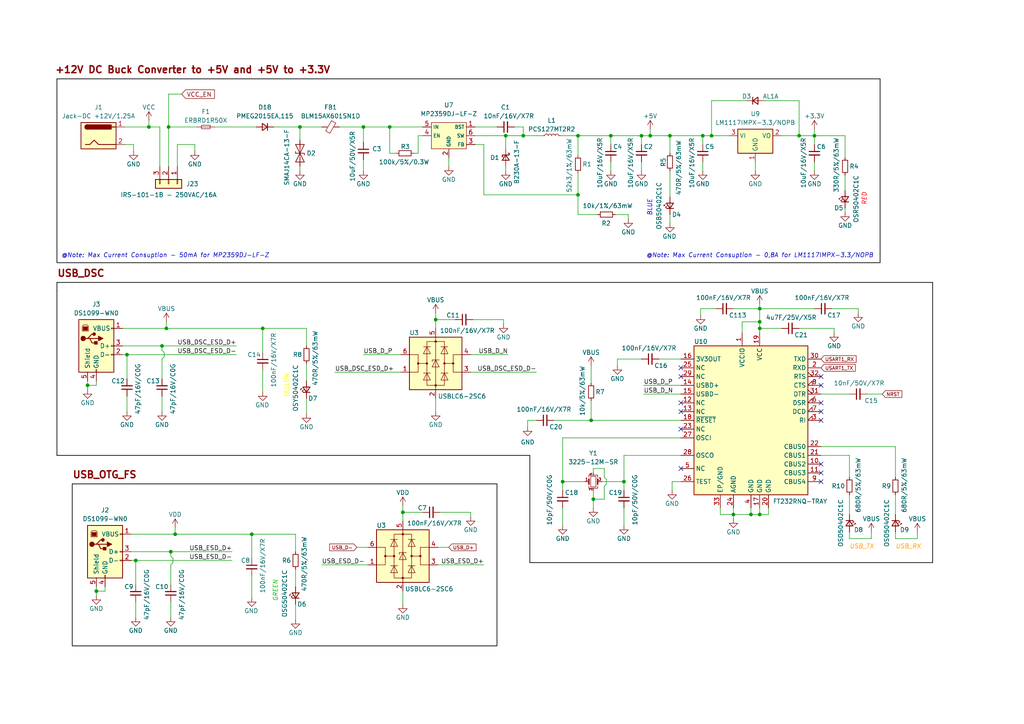
<source format=kicad_sch>
(kicad_sch (version 20230121) (generator eeschema)
  (paper "A4")
  (title_block (title "Power Supply") (date "2023-08-20"))
  (lib_symbols
    (symbol "Connector:Jack-DC" (pin_names (offset 1.016))
      (property "Reference" "J" (at 0 5.334 0))
      (property "Value" "Jack-DC" (at 0 -5.08 0))
      (symbol "Jack-DC_1_1"
        (pin passive line (at 7.62 2.54 180) (length 2.54) (name "~") (number "1"))
        (pin passive line (at 7.62 -2.54 180) (length 2.54) (name "~") (number "2"))
      )
    )
    (symbol "Connector:USB_B" (pin_names (offset 1.016))
      (property "Reference" "J" (at -5.08 11.43 0))
      (property "Value" "USB_B" (at -5.08 8.89 0))
      (symbol "USB_B_1_1"
        (pin power_out line (at 7.62 5.08 180) (length 2.54) (name "VBUS") (number "1"))
        (pin bidirectional line (at 7.62 -2.54 180) (length 2.54) (name "D-") (number "2"))
        (pin bidirectional line (at 7.62 0 180) (length 2.54) (name "D+") (number "3"))
        (pin power_out line (at 0 -10.16 90) (length 2.54) (name "GND") (number "4"))
        (pin passive line (at -2.54 -10.16 90) (length 2.54) (name "Shield") (number "5"))
      )
    )
    (symbol "Connector_Generic:Conn_01x03" (pin_names (offset 1.016) hide)
      (property "Reference" "J" (at 0 5.08 0))
      (property "Value" "Conn_01x03" (at 0 -5.08 0))
      (symbol "Conn_01x03_1_1"
        (pin passive line (at -5.08 2.54 0) (length 3.81) (name "Pin_1") (number "1"))
        (pin passive line (at -5.08 0 0) (length 3.81) (name "Pin_2") (number "2"))
        (pin passive line (at -5.08 -2.54 0) (length 3.81) (name "Pin_3") (number "3"))
      )
    )
    (symbol "Device:C_Small" (pin_numbers hide) (pin_names (offset 0.254) hide)
      (property "Reference" "C" (at 0.254 1.778 0))
      (property "Value" "C_Small" (at 0.254 -2.032 0))
      (symbol "C_Small_1_1"
        (pin passive line (at 0 2.54 270) (length 2.032) (name "~") (number "1"))
        (pin passive line (at 0 -2.54 90) (length 2.032) (name "~") (number "2"))
      )
    )
    (symbol "Device:Crystal_GND24_Small" (pin_names (offset 1.016) hide)
      (property "Reference" "Y" (at 1.27 4.445 0))
      (property "Value" "Crystal_GND24_Small" (at 1.27 2.54 0))
      (symbol "Crystal_GND24_Small_1_1"
        (pin passive line (at -2.54 0 0) (length 1.27) (name "1") (number "1"))
        (pin passive line (at 0 -2.54 90) (length 0.635) (name "2") (number "2"))
        (pin passive line (at 2.54 0 180) (length 1.27) (name "3") (number "3"))
        (pin passive line (at 0 2.54 270) (length 0.635) (name "4") (number "4"))
      )
    )
    (symbol "Device:D_Schottky_Small" (pin_numbers hide) (pin_names (offset 0.254) hide)
      (property "Reference" "D" (at -1.27 2.032 0))
      (property "Value" "D_Schottky_Small" (at -7.112 -2.032 0))
      (symbol "D_Schottky_Small_1_1"
        (pin passive line (at -2.54 0 0) (length 1.778) (name "K") (number "1"))
        (pin passive line (at 2.54 0 180) (length 1.778) (name "A") (number "2"))
      )
    )
    (symbol "Device:D_Small" (pin_numbers hide) (pin_names (offset 0.254) hide)
      (property "Reference" "D" (at -1.27 2.032 0))
      (property "Value" "D_Small" (at -3.81 -2.032 0))
      (symbol "D_Small_1_1"
        (pin passive line (at -2.54 0 0) (length 1.778) (name "K") (number "1"))
        (pin passive line (at 2.54 0 180) (length 1.778) (name "A") (number "2"))
      )
    )
    (symbol "Device:FerriteBead_Small" (pin_numbers hide) (pin_names (offset 0))
      (property "Reference" "FB" (at 1.905 1.27 0))
      (property "Value" "FerriteBead_Small" (at 1.905 -1.27 0))
      (symbol "FerriteBead_Small_1_1"
        (pin passive line (at 0 2.54 270) (length 1.27) (name "~") (number "1"))
        (pin passive line (at 0 -2.54 90) (length 1.27) (name "~") (number "2"))
      )
    )
    (symbol "Device:Fuse_Small" (pin_numbers hide) (pin_names (offset 0.254) hide)
      (property "Reference" "F" (at 0 -1.524 0))
      (property "Value" "Fuse_Small" (at 0 1.524 0))
      (symbol "Fuse_Small_1_1"
        (pin passive line (at -2.54 0 0) (length 1.27) (name "~") (number "1"))
        (pin passive line (at 2.54 0 180) (length 1.27) (name "~") (number "2"))
      )
    )
    (symbol "Device:LED_Small" (pin_numbers hide) (pin_names (offset 0.254) hide)
      (property "Reference" "D" (at -1.27 3.175 0))
      (property "Value" "LED_Small" (at -4.445 -2.54 0))
      (symbol "LED_Small_1_1"
        (pin passive line (at -2.54 0 0) (length 1.778) (name "K") (number "1"))
        (pin passive line (at 2.54 0 180) (length 1.778) (name "A") (number "2"))
      )
    )
    (symbol "Device:L_Small" (pin_numbers hide) (pin_names (offset 0.254) hide)
      (property "Reference" "L" (at 0.762 1.016 0))
      (property "Value" "L_Small" (at 0.762 -1.016 0))
      (symbol "L_Small_1_1"
        (pin passive line (at 0 2.54 270) (length 0.508) (name "~") (number "1"))
        (pin passive line (at 0 -2.54 90) (length 0.508) (name "~") (number "2"))
      )
    )
    (symbol "Device:R_Small" (pin_numbers hide) (pin_names (offset 0.254) hide)
      (property "Reference" "R" (at 0.762 0.508 0))
      (property "Value" "R_Small" (at 0.762 -1.016 0))
      (symbol "R_Small_1_1"
        (pin passive line (at 0 2.54 270) (length 0.762) (name "~") (number "1"))
        (pin passive line (at 0 -2.54 90) (length 0.762) (name "~") (number "2"))
      )
    )
    (symbol "Diode:ESD131-B1-W0201" (pin_numbers hide) (pin_names (offset 1.016) hide)
      (property "Reference" "D" (at 0 2.54 0))
      (property "Value" "ESD131-B1-W0201" (at 0 -2.54 0))
      (symbol "ESD131-B1-W0201_1_1"
        (pin passive line (at -3.81 0 0) (length 2.54) (name "A1") (number "1"))
        (pin passive line (at 3.81 0 180) (length 2.54) (name "A2") (number "2"))
      )
    )
    (symbol "Interface_USB:FT232RL"
      (property "Reference" "U10" (at -16.51 22.86 0))
      (property "Value" "FT245RNQ-REEL" (at 6.35 -23.495 0))
      (symbol "FT232RL_1_1"
        (pin power_in line (at -2.54 25.4 270) (length 3.81) (name "VCCIO") (number "1"))
        (pin bidirectional line (at 20.32 -12.7 180) (length 3.81) (name "CBUS2") (number "10"))
        (pin bidirectional line (at 20.32 -15.24 180) (length 3.81) (name "CBUS3") (number "11"))
        (pin bidirectional line (at -20.32 5.08 0) (length 3.81) (name "NC") (number "12"))
        (pin bidirectional line (at -20.32 2.54 0) (length 3.81) (name "NC") (number "13"))
        (pin bidirectional line (at -20.32 10.16 0) (length 3.81) (name "USBD+") (number "14"))
        (pin bidirectional line (at -20.32 7.62 0) (length 3.81) (name "USBD-") (number "15"))
        (pin power_out line (at -20.32 17.78 0) (length 3.81) (name "3V3OUT") (number "16"))
        (pin power_in line (at 2.54 -25.4 90) (length 3.81) (name "GND") (number "17"))
        (pin input line (at -20.32 0 0) (length 3.81) (name "~{RESET}") (number "18"))
        (pin power_in line (at 2.54 25.4 270) (length 3.81) (name "VCC") (number "19"))
        (pin input line (at 20.32 15.24 180) (length 3.81) (name "RXD") (number "2"))
        (pin power_in line (at 5.08 -25.4 90) (length 3.81) (name "GND") (number "20"))
        (pin bidirectional line (at 20.32 -10.16 180) (length 3.81) (name "CBUS1") (number "21"))
        (pin bidirectional line (at 20.32 -7.62 180) (length 3.81) (name "CBUS0") (number "22"))
        (pin bidirectional line (at -20.32 -2.54 0) (length 3.81) (name "NC") (number "23"))
        (pin power_in line (at -5.08 -25.4 90) (length 3.81) (name "AGND") (number "24"))
        (pin bidirectional line (at -20.32 15.24 0) (length 3.81) (name "NC") (number "25"))
        (pin input line (at -20.32 -17.78 0) (length 3.81) (name "TEST") (number "26"))
        (pin input line (at -20.32 -5.08 0) (length 3.81) (name "OSCI") (number "27"))
        (pin output line (at -20.32 -10.16 0) (length 3.81) (name "OSCO") (number "28"))
        (pin bidirectional line (at -20.32 12.7 0) (length 3.81) (name "NC") (number "29"))
        (pin input input_low (at 20.32 0 180) (length 3.81) (name "RI") (number "3"))
        (pin output line (at 20.32 17.78 180) (length 3.81) (name "TXD") (number "30"))
        (pin output output_low (at 20.32 7.62 180) (length 3.81) (name "DTR") (number "31"))
        (pin output output_low (at 20.32 12.7 180) (length 3.81) (name "RTS") (number "32"))
        (pin power_in line (at -8.89 -25.4 90) (length 3.81) (name "EP/GND") (number "33"))
        (pin power_in line (at 0 -25.4 90) (length 3.81) (name "GND") (number "4"))
        (pin bidirectional line (at -20.32 -13.97 0) (length 3.81) (name "NC") (number "5"))
        (pin input input_low (at 20.32 5.08 180) (length 3.81) (name "DSR") (number "6"))
        (pin input input_low (at 20.32 2.54 180) (length 3.81) (name "DCD") (number "7"))
        (pin input input_low (at 20.32 10.16 180) (length 3.81) (name "CTS") (number "8"))
        (pin bidirectional line (at 20.32 -17.78 180) (length 3.81) (name "CBUS4") (number "9"))
      )
    )
    (symbol "Milosz:MP2359DJ-LF-Z"
      (property "Reference" "U" (at -2.54 8.89 0))
      (property "Value" "MP2359DJ-LF-Z" (at -2.54 6.35 0))
      (symbol "MP2359DJ-LF-Z_1_1"
        (pin input line (at 5.08 2.54 180) (length 2.54) (name "BST") (number "1"))
        (pin input line (at -2.54 -6.35 90) (length 2.54) (name "GND") (number "2"))
        (pin input line (at 5.08 -2.54 180) (length 2.54) (name "FB") (number "3"))
        (pin input line (at -10.16 0 0) (length 2.54) (name "EN") (number "4"))
        (pin input line (at -10.16 2.54 0) (length 2.54) (name "IN") (number "5"))
        (pin input line (at 5.08 0 180) (length 2.54) (name "SW") (number "6"))
      )
    )
    (symbol "Power_Protection:USBLC6-2SC6" (pin_names hide)
      (property "Reference" "U" (at 2.54 8.89 0))
      (property "Value" "USBLC6-2SC6" (at 2.54 -8.89 0))
      (symbol "USBLC6-2SC6_1_1"
        (pin passive line (at -10.16 -2.54 0) (length 2.54) (name "I/O1") (number "1"))
        (pin passive line (at 0 -10.16 90) (length 2.54) (name "GND") (number "2"))
        (pin passive line (at 10.16 -2.54 180) (length 2.54) (name "I/O2") (number "3"))
        (pin passive line (at 10.16 2.54 180) (length 2.54) (name "I/O2") (number "4"))
        (pin passive line (at 0 10.16 270) (length 2.54) (name "VBUS") (number "5"))
        (pin passive line (at -10.16 2.54 0) (length 2.54) (name "I/O1") (number "6"))
      )
    )
    (symbol "Regulator_Linear:AMS1117-3.3"
      (property "Reference" "U" (at -3.81 3.175 0))
      (property "Value" "AMS1117-3.3" (at 0 3.175 0))
      (symbol "AMS1117-3.3_1_1"
        (pin power_in line (at 0 -7.62 90) (length 2.54) (name "GND") (number "1"))
        (pin power_out line (at 7.62 0 180) (length 2.54) (name "VO") (number "2"))
        (pin power_in line (at -7.62 0 0) (length 2.54) (name "VI") (number "3"))
      )
    )
    (symbol "power:+3.3V" (power) (pin_names (offset 0))
      (property "Value" "+3.3V" (at 0 3.556 0))
      (symbol "+3.3V_1_1"
        (pin power_in line (at 0 0 90) (length 0) hide (name "+3.3V") (number "1"))
      )
    )
    (symbol "power:+5V" (power) (pin_names (offset 0))
      (property "Value" "+5V" (at 0 3.556 0))
      (symbol "+5V_1_1"
        (pin power_in line (at 0 0 90) (length 0) hide (name "+5V") (number "1"))
      )
    )
    (symbol "power:GND" (power) (pin_names (offset 0))
      (property "Value" "GND" (at 0 -3.81 0))
      (symbol "GND_1_1"
        (pin power_in line (at 0 0 270) (length 0) hide (name "GND") (number "1"))
      )
    )
    (symbol "power:VBUS" (power) (pin_names (offset 0))
      (property "Value" "VBUS" (at 0 3.81 0))
      (symbol "VBUS_1_1"
        (pin power_in line (at 0 0 90) (length 0) hide (name "VBUS") (number "1"))
      )
    )
    (symbol "power:VCC" (power) (pin_names (offset 0))
      (property "Value" "VCC" (at 0 3.81 0))
      (symbol "VCC_1_1"
        (pin power_in line (at 0 0 90) (length 0) hide (name "VCC") (number "1"))
      )
    )
    (symbol "power:VDD" (power) (pin_names (offset 0))
      (property "Value" "VDD" (at 0 3.81 0))
      (symbol "VDD_1_1"
        (pin power_in line (at 0 0 90) (length 0) hide (name "VDD") (number "1"))
      )
    )
  )
  (junction (at 167.64 39.37))
  (junction (at 116.84 148.59))
  (junction (at 25.4 111.76))
  (junction (at 180.975 139.7))
  (junction (at 39.37 162.56))
  (junction (at 217.805 149.225))
  (junction (at 151.765 39.37))
  (junction (at 36.83 102.87))
  (junction (at 206.375 39.37))
  (junction (at 188.595 39.37))
  (junction (at 76.2 95.25))
  (junction (at 220.345 95.25))
  (junction (at 203.835 39.37))
  (junction (at 171.45 121.92))
  (junction (at 163.195 139.7))
  (junction (at 194.31 39.37))
  (junction (at 86.995 36.83))
  (junction (at 105.41 36.83))
  (junction (at 113.03 36.83))
  (junction (at 46.99 100.33))
  (junction (at 43.18 36.83))
  (junction (at 27.94 171.45))
  (junction (at 172.085 144.78))
  (junction (at 126.365 92.71))
  (junction (at 220.345 93.345))
  (junction (at 236.22 39.37))
  (junction (at 48.895 36.83))
  (junction (at 146.685 39.37))
  (junction (at 177.165 39.37))
  (junction (at 48.26 95.25))
  (junction (at 231.775 39.37))
  (junction (at 220.345 89.535))
  (junction (at 212.725 149.225))
  (junction (at 50.8 154.94))
  (junction (at 167.64 56.515))
  (junction (at 49.53 160.02))
  (junction (at 73.025 154.94))
  (junction (at 186.055 39.37))
  (junction (at 220.345 149.225))
  (no_connect (at 197.485 119.38))
  (no_connect (at 238.125 109.22))
  (no_connect (at 197.485 116.84))
  (no_connect (at 238.125 121.92))
  (no_connect (at 197.485 109.22))
  (no_connect (at 238.125 137.16))
  (no_connect (at 197.485 106.68))
  (no_connect (at 238.125 139.7))
  (no_connect (at 238.125 119.38))
  (no_connect (at 238.125 134.62))
  (no_connect (at 238.125 111.76))
  (no_connect (at 197.485 124.46))
  (no_connect (at 238.125 116.84))
  (no_connect (at 197.485 135.89))
  (wire (pts (xy 46.99 101.6) (xy 46.99 100.33)))
  (wire (pts (xy 220.345 95.25) (xy 220.345 96.52)))
  (wire (pts (xy 182.245 62.23) (xy 178.435 62.23)))
  (wire (pts (xy 140.335 56.515) (xy 167.64 56.515)))
  (wire (pts (xy 155.575 107.95) (xy 136.525 107.95)))
  (wire (pts (xy 116.84 148.59) (xy 122.555 148.59)))
  (wire (pts (xy 35.56 100.33) (xy 46.99 100.33)))
  (wire (pts (xy 86.995 36.83) (xy 93.345 36.83)))
  (wire (pts (xy 73.025 167.005) (xy 73.025 173.355)))
  (wire (pts (xy 186.055 39.37) (xy 188.595 39.37)))
  (wire (pts (xy 220.345 149.225) (xy 220.345 147.32)))
  (wire (pts (xy 220.345 89.535) (xy 236.22 89.535)))
  (wire (pts (xy 121.285 39.37) (xy 121.285 44.45)))
  (wire (pts (xy 62.23 36.83) (xy 74.295 36.83)))
  (wire (pts (xy 167.64 39.37) (xy 177.165 39.37)))
  (wire (pts (xy 73.025 154.94) (xy 85.725 154.94)))
  (wire (pts (xy 231.775 95.25) (xy 241.935 95.25)))
  (polyline (pts (xy 16.51 132.08) (xy 153.67 132.08)) (stroke (width 0.2) (color 0 0 0 1)))
  (wire (pts (xy 222.885 149.225) (xy 222.885 147.32)))
  (wire (pts (xy 266.065 156.21) (xy 266.065 154.305)))
  (wire (pts (xy 177.165 46.99) (xy 177.165 49.53)))
  (wire (pts (xy 38.1 160.02) (xy 49.53 160.02)))
  (wire (pts (xy 50.165 163.195) (xy 49.53 163.83)))
  (wire (pts (xy 180.975 132.08) (xy 197.485 132.08)))
  (wire (pts (xy 126.365 115.57) (xy 126.365 119.38)))
  (wire (pts (xy 127.635 148.59) (xy 136.525 148.59)))
  (wire (pts (xy 116.84 148.59) (xy 116.84 151.13)))
  (wire (pts (xy 172.085 135.89) (xy 172.085 137.16)))
  (wire (pts (xy 220.345 89.535) (xy 220.345 93.345)))
  (wire (pts (xy 47.625 103.505) (xy 46.99 104.14)))
  (wire (pts (xy 48.26 93.345) (xy 48.26 95.25)))
  (wire (pts (xy 259.715 156.21) (xy 266.065 156.21)))
  (wire (pts (xy 238.125 114.3) (xy 246.38 114.3)))
  (wire (pts (xy 197.485 111.76) (xy 186.69 111.76)))
  (wire (pts (xy 27.94 111.76) (xy 27.94 110.49)))
  (wire (pts (xy 146.685 39.37) (xy 151.765 39.37)))
  (wire (pts (xy 220.345 88.265) (xy 220.345 89.535)))
  (wire (pts (xy 73.025 154.94) (xy 73.025 161.925)))
  (wire (pts (xy 38.735 41.91) (xy 36.195 41.91)))
  (wire (pts (xy 217.805 149.225) (xy 220.345 149.225)))
  (wire (pts (xy 208.915 149.225) (xy 212.725 149.225)))
  (wire (pts (xy 151.765 39.37) (xy 157.48 39.37)))
  (wire (pts (xy 76.2 95.25) (xy 88.9 95.25)))
  (wire (pts (xy 51.435 48.26) (xy 51.435 41.91)))
  (wire (pts (xy 215.265 96.52) (xy 215.265 93.345)))
  (wire (pts (xy 246.38 143.51) (xy 246.38 149.225)))
  (wire (pts (xy 217.805 149.225) (xy 217.805 147.32)))
  (wire (pts (xy 30.48 171.45) (xy 30.48 170.18)))
  (wire (pts (xy 215.265 93.345) (xy 220.345 93.345)))
  (wire (pts (xy 88.9 120.015) (xy 88.9 115.57)))
  (wire (pts (xy 236.22 46.99) (xy 236.22 49.53)))
  (wire (pts (xy 126.365 92.71) (xy 126.365 95.25)))
  (polyline (pts (xy 153.67 132.08) (xy 153.67 163.195)) (stroke (width 0.2) (color 0 0 0 1)))
  (wire (pts (xy 175.26 140.97) (xy 175.895 140.335)))
  (wire (pts (xy 163.195 147.32) (xy 163.195 152.4)))
  (wire (pts (xy 208.915 147.32) (xy 208.915 149.225)))
  (wire (pts (xy 236.22 39.37) (xy 245.11 39.37)))
  (wire (pts (xy 203.2 91.44) (xy 203.2 89.535)))
  (wire (pts (xy 220.345 95.25) (xy 226.695 95.25)))
  (wire (pts (xy 146.685 39.37) (xy 146.685 43.18)))
  (wire (pts (xy 126.365 90.805) (xy 126.365 92.71)))
  (wire (pts (xy 186.055 104.14) (xy 179.07 104.14)))
  (wire (pts (xy 103.505 158.75) (xy 106.68 158.75)))
  (wire (pts (xy 46.99 100.33) (xy 68.58 100.33)))
  (polyline (pts (xy 153.67 163.195) (xy 270.51 163.195)) (stroke (width 0.2) (color 0 0 0 1)))
  (wire (pts (xy 35.56 102.87) (xy 36.83 102.87)))
  (wire (pts (xy 167.64 50.165) (xy 167.64 56.515)))
  (wire (pts (xy 162.56 39.37) (xy 167.64 39.37)))
  (wire (pts (xy 27.94 170.18) (xy 27.94 171.45)))
  (wire (pts (xy 219.075 46.99) (xy 219.075 49.53)))
  (wire (pts (xy 113.03 44.45) (xy 113.03 36.83)))
  (wire (pts (xy 49.53 163.83) (xy 49.53 169.545)))
  (wire (pts (xy 122.555 39.37) (xy 121.285 39.37)))
  (wire (pts (xy 43.18 34.925) (xy 43.18 36.83)))
  (wire (pts (xy 179.07 104.14) (xy 179.07 106.045)))
  (wire (pts (xy 116.84 146.685) (xy 116.84 148.59)))
  (wire (pts (xy 97.155 107.95) (xy 116.205 107.95)))
  (wire (pts (xy 248.92 89.535) (xy 248.92 90.805)))
  (wire (pts (xy 27.94 171.45) (xy 30.48 171.45)))
  (wire (pts (xy 231.775 39.37) (xy 236.22 39.37)))
  (wire (pts (xy 36.195 36.83) (xy 43.18 36.83)))
  (wire (pts (xy 39.37 162.56) (xy 39.37 169.545)))
  (wire (pts (xy 140.335 163.83) (xy 127 163.83)))
  (wire (pts (xy 173.355 62.23) (xy 167.64 62.23)))
  (wire (pts (xy 48.895 36.83) (xy 57.15 36.83)))
  (wire (pts (xy 43.18 36.83) (xy 46.355 36.83)))
  (wire (pts (xy 136.525 148.59) (xy 136.525 149.86)))
  (wire (pts (xy 172.085 144.78) (xy 175.26 144.78)))
  (wire (pts (xy 35.56 95.25) (xy 48.26 95.25)))
  (wire (pts (xy 255.905 114.3) (xy 251.46 114.3)))
  (wire (pts (xy 252.73 156.21) (xy 252.73 154.305)))
  (wire (pts (xy 167.64 39.37) (xy 167.64 45.085)))
  (wire (pts (xy 194.31 39.37) (xy 194.31 44.45)))
  (wire (pts (xy 203.835 46.99) (xy 203.835 49.53)))
  (wire (pts (xy 259.715 129.54) (xy 259.715 138.43)))
  (wire (pts (xy 93.345 163.83) (xy 106.68 163.83)))
  (wire (pts (xy 25.4 111.76) (xy 27.94 111.76)))
  (wire (pts (xy 27.94 171.45) (xy 27.94 172.72)))
  (wire (pts (xy 56.515 41.91) (xy 56.515 43.815)))
  (wire (pts (xy 259.715 154.305) (xy 259.715 156.21)))
  (wire (pts (xy 212.725 147.32) (xy 212.725 149.225)))
  (wire (pts (xy 180.975 139.7) (xy 180.975 142.24)))
  (wire (pts (xy 172.085 144.78) (xy 172.085 147.32)))
  (wire (pts (xy 47.625 103.505) (xy 47.625 102.235)))
  (wire (pts (xy 246.38 132.08) (xy 246.38 138.43)))
  (wire (pts (xy 46.99 104.14) (xy 46.99 109.855)))
  (wire (pts (xy 197.485 114.3) (xy 186.69 114.3)))
  (wire (pts (xy 76.2 107.315) (xy 76.2 113.665)))
  (wire (pts (xy 194.31 39.37) (xy 203.835 39.37)))
  (wire (pts (xy 140.335 56.515) (xy 140.335 41.91)))
  (wire (pts (xy 48.26 95.25) (xy 76.2 95.25)))
  (wire (pts (xy 221.615 29.21) (xy 231.775 29.21)))
  (wire (pts (xy 140.335 41.91) (xy 137.795 41.91)))
  (wire (pts (xy 51.435 41.91) (xy 56.515 41.91)))
  (wire (pts (xy 177.165 39.37) (xy 186.055 39.37)))
  (wire (pts (xy 206.375 29.21) (xy 206.375 39.37)))
  (wire (pts (xy 171.45 121.92) (xy 171.45 116.205)))
  (wire (pts (xy 167.64 56.515) (xy 167.64 62.23)))
  (wire (pts (xy 194.31 49.53) (xy 194.31 57.15)))
  (wire (pts (xy 79.375 36.83) (xy 86.995 36.83)))
  (wire (pts (xy 105.41 36.83) (xy 105.41 41.275)))
  (wire (pts (xy 36.83 114.935) (xy 36.83 119.38)))
  (wire (pts (xy 85.725 154.94) (xy 85.725 160.02)))
  (wire (pts (xy 49.53 161.29) (xy 49.53 160.02)))
  (wire (pts (xy 175.895 139.065) (xy 175.26 138.43)))
  (wire (pts (xy 231.775 39.37) (xy 226.695 39.37)))
  (wire (pts (xy 175.895 140.335) (xy 175.895 139.065)))
  (wire (pts (xy 151.765 36.83) (xy 151.765 39.37)))
  (wire (pts (xy 116.84 171.45) (xy 116.84 175.26)))
  (polyline (pts (xy 270.51 163.195) (xy 270.51 81.915)) (stroke (width 0.2) (color 0 0 0 1)))
  (wire (pts (xy 48.895 36.83) (xy 48.895 27.305)))
  (wire (pts (xy 194.945 139.7) (xy 194.945 142.24)))
  (polyline (pts (xy 16.51 81.915) (xy 16.51 84.455)) (stroke (width 0.2) (color 0 0 0 1)))
  (wire (pts (xy 212.725 149.225) (xy 212.725 150.495)))
  (wire (pts (xy 36.83 102.87) (xy 36.83 109.855)))
  (wire (pts (xy 25.4 110.49) (xy 25.4 111.76)))
  (wire (pts (xy 48.895 48.26) (xy 48.895 36.83)))
  (wire (pts (xy 149.225 36.83) (xy 151.765 36.83)))
  (wire (pts (xy 113.03 36.83) (xy 122.555 36.83)))
  (wire (pts (xy 86.995 48.26) (xy 86.995 49.53)))
  (wire (pts (xy 50.8 153.035) (xy 50.8 154.94)))
  (wire (pts (xy 245.11 60.325) (xy 245.11 61.595)))
  (wire (pts (xy 246.38 154.305) (xy 246.38 156.21)))
  (wire (pts (xy 182.245 63.5) (xy 182.245 62.23)))
  (wire (pts (xy 197.485 139.7) (xy 194.945 139.7)))
  (wire (pts (xy 175.26 144.78) (xy 175.26 140.97)))
  (wire (pts (xy 177.165 39.37) (xy 177.165 41.91)))
  (wire (pts (xy 105.41 46.355) (xy 105.41 49.53)))
  (wire (pts (xy 39.37 162.56) (xy 67.31 162.56)))
  (wire (pts (xy 163.195 139.7) (xy 163.195 142.24)))
  (wire (pts (xy 160.655 121.92) (xy 171.45 121.92)))
  (wire (pts (xy 212.725 149.225) (xy 217.805 149.225)))
  (wire (pts (xy 186.055 46.99) (xy 186.055 49.53)))
  (wire (pts (xy 46.99 114.935) (xy 46.99 119.38)))
  (wire (pts (xy 98.425 36.83) (xy 105.41 36.83)))
  (wire (pts (xy 246.38 156.21) (xy 252.73 156.21)))
  (wire (pts (xy 49.53 160.02) (xy 67.31 160.02)))
  (wire (pts (xy 220.345 149.225) (xy 222.885 149.225)))
  (wire (pts (xy 114.935 44.45) (xy 113.03 44.45)))
  (polyline (pts (xy 16.51 84.455) (xy 16.51 132.08)) (stroke (width 0.2) (color 0 0 0 1)))
  (wire (pts (xy 169.545 139.7) (xy 163.195 139.7)))
  (wire (pts (xy 175.26 138.43) (xy 175.26 135.89)))
  (wire (pts (xy 76.2 95.25) (xy 76.2 102.235)))
  (wire (pts (xy 220.345 93.345) (xy 220.345 95.25)))
  (wire (pts (xy 175.26 135.89) (xy 172.085 135.89)))
  (wire (pts (xy 38.1 162.56) (xy 39.37 162.56)))
  (wire (pts (xy 36.83 102.87) (xy 68.58 102.87)))
  (wire (pts (xy 180.975 147.32) (xy 180.975 152.4)))
  (wire (pts (xy 38.1 154.94) (xy 50.8 154.94)))
  (wire (pts (xy 241.935 95.25) (xy 241.935 96.52)))
  (wire (pts (xy 171.45 106.045) (xy 171.45 111.125)))
  (wire (pts (xy 137.795 39.37) (xy 146.685 39.37)))
  (wire (pts (xy 186.055 39.37) (xy 186.055 41.91)))
  (wire (pts (xy 126.365 92.71) (xy 132.08 92.71)))
  (wire (pts (xy 88.9 110.49) (xy 88.9 105.41)))
  (wire (pts (xy 188.595 37.465) (xy 188.595 39.37)))
  (wire (pts (xy 47.625 102.235) (xy 46.99 101.6)))
  (wire (pts (xy 206.375 39.37) (xy 203.835 39.37)))
  (wire (pts (xy 25.4 111.76) (xy 25.4 113.03)))
  (wire (pts (xy 130.175 158.75) (xy 127 158.75)))
  (wire (pts (xy 85.725 170.18) (xy 85.725 165.1)))
  (wire (pts (xy 50.8 154.94) (xy 73.025 154.94)))
  (wire (pts (xy 85.725 179.705) (xy 85.725 175.26)))
  (wire (pts (xy 163.195 139.7) (xy 163.195 127)))
  (wire (pts (xy 50.165 161.925) (xy 49.53 161.29)))
  (wire (pts (xy 88.9 95.25) (xy 88.9 100.33)))
  (wire (pts (xy 120.015 44.45) (xy 121.285 44.45)))
  (wire (pts (xy 203.835 39.37) (xy 203.835 41.91)))
  (wire (pts (xy 216.535 29.21) (xy 206.375 29.21)))
  (wire (pts (xy 197.485 121.92) (xy 171.45 121.92)))
  (wire (pts (xy 163.195 127) (xy 197.485 127)))
  (wire (pts (xy 146.05 92.71) (xy 146.05 93.98)))
  (wire (pts (xy 180.975 139.7) (xy 180.975 132.08)))
  (wire (pts (xy 136.525 102.87) (xy 147.32 102.87)))
  (wire (pts (xy 188.595 39.37) (xy 194.31 39.37)))
  (wire (pts (xy 50.165 163.195) (xy 50.165 161.925)))
  (wire (pts (xy 236.22 37.465) (xy 236.22 39.37)))
  (wire (pts (xy 153.035 121.92) (xy 155.575 121.92)))
  (wire (pts (xy 116.205 102.87) (xy 105.41 102.87)))
  (wire (pts (xy 174.625 139.7) (xy 180.975 139.7)))
  (wire (pts (xy 46.355 36.83) (xy 46.355 48.26)))
  (wire (pts (xy 146.685 48.26) (xy 146.685 49.53)))
  (wire (pts (xy 259.715 143.51) (xy 259.715 149.225)))
  (wire (pts (xy 39.37 174.625) (xy 39.37 179.07)))
  (wire (pts (xy 259.715 129.54) (xy 238.125 129.54)))
  (wire (pts (xy 245.11 50.8) (xy 245.11 55.245)))
  (wire (pts (xy 245.11 39.37) (xy 245.11 45.72)))
  (wire (pts (xy 86.995 36.83) (xy 86.995 40.64)))
  (wire (pts (xy 194.31 64.77) (xy 194.31 62.23)))
  (wire (pts (xy 105.41 36.83) (xy 113.03 36.83)))
  (wire (pts (xy 203.2 89.535) (xy 207.645 89.535)))
  (wire (pts (xy 153.035 123.825) (xy 153.035 121.92)))
  (polyline (pts (xy 270.51 81.915) (xy 16.51 81.915)) (stroke (width 0.2) (color 0 0 0 1)))
  (wire (pts (xy 241.3 89.535) (xy 248.92 89.535)))
  (wire (pts (xy 191.135 104.14) (xy 197.485 104.14)))
  (wire (pts (xy 246.38 132.08) (xy 238.125 132.08)))
  (wire (pts (xy 206.375 39.37) (xy 211.455 39.37)))
  (wire (pts (xy 137.16 92.71) (xy 146.05 92.71)))
  (wire (pts (xy 212.725 89.535) (xy 220.345 89.535)))
  (wire (pts (xy 137.795 36.83) (xy 144.145 36.83)))
  (wire (pts (xy 38.735 41.91) (xy 38.735 43.815)))
  (wire (pts (xy 49.53 174.625) (xy 49.53 179.07)))
  (wire (pts (xy 172.085 142.24) (xy 172.085 144.78)))
  (wire (pts (xy 236.22 41.91) (xy 236.22 39.37)))
  (wire (pts (xy 231.775 29.21) (xy 231.775 39.37)))
  (wire (pts (xy 130.175 45.72) (xy 130.175 48.26)))
  (wire (pts (xy 48.895 27.305) (xy 52.705 27.305)))
  (rectangle (start 16.51 22.86) (end 255.27 76.2) (stroke (width 0.2) (color 0 0 0 1)))
  (rectangle (start 20.955 140.335) (end 144.145 187.325) (stroke (width 0.2) (color 0 0 0 1)))
  (text "YELLOW" (at 83.82 115.57 90) (effects (font (size 1.27 1.27) italic) (justify left bottom)))
  (text "USB_TX" (at 246.38 159.385 0) (effects (font (size 1.27 1.27) italic) (justify left bottom)))
  (text "USB_RX" (at 259.715 159.385 0) (effects (font (size 1.27 1.27) italic) (justify left bottom)))
  (text "RED" (at 251.46 59.69 90) (effects (font (size 1.27 1.27) italic) (justify left bottom)))
  (text "USB_OTG_FS" (at 20.955 139.065 0) (effects (font (size 2 2) (thickness 0.4) bold) (justify left bottom)))
  (text "@Note: Max Current Consuption - 50mA for MP2359DJ-LF-Z" (at 17.78 74.93 0) (effects (font (size 1.27 1.27) italic) (justify left bottom)))
  (text "+12V DC Buck Converter to +5V and +5V to +3.3V" (at 15.875 21.59 0) (effects (font (size 2 2) (thickness 0.4) bold) (justify left bottom)))
  (text "BLUE" (at 189.23 57.785 90) (effects (font (size 1.27 1.27) italic) (justify right bottom)))
  (text "@Note: Max Current Consuption - 0,8A for LM1117IMPX-3.3/NOPB" (at 253.365 74.93 0) (effects (font (size 1.27 1.27) italic) (justify right bottom)))
  (text "GREEN" (at 80.645 174.625 90) (effects (font (size 1.27 1.27) italic) (justify left bottom)))
  (text "USB_DSC" (at 16.51 80.645 0) (effects (font (size 2 2) (thickness 0.4) bold) (justify left bottom)))
  (label "USB_DSC_ESD_D-" (at 155.575 107.95 180))
  (label "USB_DSC_ESD_D+" (at 97.155 107.95 0))
  (label "USB_ESD_D+" (at 140.335 163.83 180))
  (label "USB_D_N" (at 186.69 114.3 0))
  (label "USB_DSC_ESD_D+" (at 68.58 100.33 180))
  (label "USB_D_P" (at 105.41 102.87 0))
  (label "USB_ESD_D+" (at 67.31 160.02 180))
  (label "USB_ESD_D-" (at 93.345 163.83 0))
  (label "USB_ESD_D-" (at 67.31 162.56 180))
  (label "USB_D_N" (at 147.32 102.87 180))
  (label "USB_D_P" (at 186.69 111.76 0))
  (label "USB_DSC_ESD_D-" (at 68.58 102.87 180))
  (global_label "NRST" (shape input) (at 255.905 114.3 0) (effects (font (size 1 1))) (property "Intersheetrefs" "${INTERSHEET_REFS}" (effects hide)))
  (global_label "USART1_TX" (shape input) (at 238.125 106.68 0) (effects (font (size 1 1))) (property "Intersheetrefs" "${INTERSHEET_REFS}" (effects hide)))
  (global_label "USB_D+" (shape input) (at 130.175 158.75 0) (effects (font (size 1 1))) (property "Intersheetrefs" "${INTERSHEET_REFS}" (effects hide)))
  (global_label "VCC_EN" (shape input) (at 52.705 27.305 0) (property "Intersheetrefs" "${INTERSHEET_REFS}" (effects hide)))
  (global_label "USART1_RX" (shape input) (at 238.125 104.14 0) (effects (font (size 1 1))) (property "Intersheetrefs" "${INTERSHEET_REFS}" (effects hide)))
  (global_label "USB_D-" (shape input) (at 103.505 158.75 180) (effects (font (size 1 1))) (property "Intersheetrefs" "${INTERSHEET_REFS}" (effects hide)))
  (symbol (lib_id "power:GND") (at 212.725 150.495 0) (unit 1)
    (property "Reference" "#PWR027" (effects hide))
    (property "Value" "GND" (at 212.725 154.305 0))
  )
  (symbol (lib_id "power:GND") (at 194.31 64.77 0) (unit 1)
    (property "Reference" "#PWR025" (effects hide))
    (property "Value" "GND" (at 196.215 68.58 0) (effects (justify right)))
  )
  (symbol (lib_id "power:VBUS") (at 252.73 154.305 0) (unit 1)
    (property "Reference" "#PWR044" (effects hide))
    (property "Value" "VBUS" (at 252.73 150.495 0))
  )
  (symbol (lib_id "Power_Protection:USBLC6-2SC6") (at 126.365 105.41 0) (unit 1)
    (property "Reference" "U3" (at 118.745 96.52 0) (effects (justify left)))
    (property "Value" "USBLC6-2SC6" (at 127 114.935 0) (effects (justify left)))
    (property "Footprint" "Package_TO_SOT_SMD:SOT-23-6" (effects hide))
    (property "Datasheet" "https://www.st.com/resource/en/datasheet/usblc6-2.pdf" (effects hide))
    (instances (project "STM32 + USB + Buck Converter" (path "" (reference "U3") (unit 1))) (project "3D Scanner with IR sensor Central Unit" (path "" (reference "U11") (unit 1))))
  )
  (symbol (lib_id "power:GND") (at 194.945 142.24 0) (unit 1)
    (property "Reference" "#PWR028" (effects hide))
    (property "Value" "GND" (at 194.945 146.05 0))
  )
  (symbol (lib_id "Device:C_Small") (at 248.92 114.3 90) (unit 1)
    (property "Reference" "C15" (at 254.635 116.205 90) (effects (justify left)))
    (property "Value" "10nF/50V/X7R" (at 256.54 111.125 90) (effects (justify left)))
    (property "Footprint" "Capacitor_SMD:C_0402_1005Metric" (effects hide))
  )
  (symbol (lib_id "power:GND") (at 27.94 172.72 0) (unit 1)
    (property "Reference" "#PWR011" (effects hide))
    (property "Value" "GND" (at 27.94 176.53 0))
  )
  (symbol (lib_id "Device:R_Small") (at 194.31 46.99 0) (unit 1)
    (property "Reference" "R5" (at 192.405 45.72 90) (effects (justify right)))
    (property "Value" "470R/5%/63mW" (at 196.85 40.64 90) (effects (justify right)))
    (property "Footprint" "Resistor_SMD:R_0402_1005Metric" (effects hide))
  )
  (symbol (lib_id "Device:C_Small") (at 236.22 44.45 0) (unit 1)
    (property "Reference" "C6" (at 236.855 42.545 0) (effects (justify left)))
    (property "Value" "10uF/16V/X5R" (at 233.045 54.61 90) (effects (justify left)))
    (property "Footprint" "Capacitor_SMD:C_0603_1608Metric" (effects hide))
  )
  (symbol (lib_id "power:GND") (at 85.725 179.705 0) (unit 1)
    (property "Reference" "#PWR024" (effects hide))
    (property "Value" "GND" (at 85.725 183.515 0))
  )
  (symbol (lib_id "Regulator_Linear:AMS1117-3.3") (at 219.075 39.37 0) (unit 1)
    (property "Reference" "U9" (at 219.075 33.02 0))
    (property "Value" "LM1117IMPX-3.3/NOPB" (at 219.075 35.56 0))
    (property "Footprint" "Package_TO_SOT_SMD:SOT-223-3_TabPin2" (effects hide))
    (property "Datasheet" "http://www.advanced-monolithic.com/pdf/ds1117.pdf" (effects hide))
  )
  (symbol (lib_id "Device:R_Small") (at 88.9 102.87 0) (unit 1)
    (property "Reference" "R8" (at 87.63 102.87 0) (effects (justify right)))
    (property "Value" "470R/5%/63mW" (at 91.44 95.885 90) (effects (justify right)))
    (property "Footprint" "Resistor_SMD:R_0402_1005Metric" (effects hide))
  )
  (symbol (lib_id "Device:D_Small") (at 76.835 36.83 180) (unit 1)
    (property "Reference" "D18" (at 76.835 31.115 0))
    (property "Value" "PMEG2015EA,115" (at 76.835 33.655 0))
    (property "Footprint" "Diode_SMD:D_SOD-323" (effects hide))
    (property "Sim.Device" "D" (effects hide))
    (property "Sim.Pins" "1=K 2=A" (effects hide))
  )
  (symbol (lib_id "power:GND") (at 116.84 175.26 0) (unit 1)
    (property "Reference" "#PWR018" (effects hide))
    (property "Value" "GND" (at 116.84 179.07 0))
  )
  (symbol (lib_id "power:GND") (at 130.175 48.26 0) (unit 1)
    (property "Reference" "#PWR01" (effects hide))
    (property "Value" "GND" (at 130.175 52.07 0))
  )
  (symbol (lib_id "power:GND") (at 25.4 113.03 0) (unit 1)
    (property "Reference" "#PWR032" (effects hide))
    (property "Value" "GND" (at 25.4 116.84 0))
  )
  (symbol (lib_id "power:GND") (at 153.035 123.825 0) (unit 1)
    (property "Reference" "#PWR047" (effects hide))
    (property "Value" "GND" (at 153.035 128.27 0))
  )
  (symbol (lib_id "power:GND") (at 241.935 96.52 0) (unit 1)
    (property "Reference" "#PWR048" (effects hide))
    (property "Value" "GND" (at 241.935 100.33 0))
  )
  (symbol (lib_id "power:VBUS") (at 171.45 106.045 0) (unit 1)
    (property "Reference" "#PWR046" (effects hide))
    (property "Value" "VBUS" (at 171.45 102.235 0))
  )
  (symbol (lib_id "Device:C_Small") (at 36.83 112.395 180) (unit 1)
    (property "Reference" "C12" (at 36.195 110.49 0) (effects (justify left)))
    (property "Value" "47pF/16V/C0G" (at 40.005 105.41 90) (effects (justify left)))
    (property "Footprint" "Capacitor_SMD:C_0402_1005Metric" (effects hide))
  )
  (symbol (lib_id "Device:R_Small") (at 245.11 48.26 180) (unit 1)
    (property "Reference" "R4" (at 246.38 48.26 0) (effects (justify right)))
    (property "Value" "330R/5%/63mW" (at 242.57 55.88 90) (effects (justify right)))
    (property "Footprint" "Resistor_SMD:R_0402_1005Metric" (effects hide))
  )
  (symbol (lib_id "power:GND") (at 136.525 149.86 0) (unit 1)
    (property "Reference" "#PWR019" (effects hide))
    (property "Value" "GND" (at 136.525 153.67 0))
  )
  (symbol (lib_id "power:GND") (at 126.365 119.38 0) (unit 1)
    (property "Reference" "#PWR030" (effects hide))
    (property "Value" "GND" (at 126.365 123.19 0))
  )
  (symbol (lib_id "power:GND") (at 46.99 119.38 0) (unit 1)
    (property "Reference" "#PWR035" (effects hide))
    (property "Value" "GND" (at 46.99 123.19 0))
  )
  (symbol (lib_id "Device:C_Small") (at 177.165 44.45 0) (unit 1)
    (property "Reference" "C4" (at 177.8 42.545 0) (effects (justify left)))
    (property "Value" "10uF/16V/X5R" (at 173.99 54.61 90) (effects (justify left)))
    (property "Footprint" "Capacitor_SMD:C_0603_1608Metric" (effects hide))
  )
  (symbol (lib_id "Device:LED_Small") (at 259.715 151.765 270) (unit 1)
    (property "Reference" "D9" (at 260.985 153.67 90) (effects (justify left)))
    (property "Value" "OSO50402C1C" (at 257.175 144.78 0) (effects (justify left)))
    (property "Footprint" "Diode_SMD:D_0402_1005Metric" (effects hide))
  )
  (symbol (lib_id "power:VBUS") (at 126.365 90.805 0) (unit 1)
    (property "Reference" "#PWR029" (effects hide))
    (property "Value" "VBUS" (at 126.365 86.995 0))
  )
  (symbol (lib_id "Device:C_Small") (at 210.185 89.535 90) (unit 1)
    (property "Reference" "C113" (at 216.535 91.44 90) (effects (justify left)))
    (property "Value" "100nF/16V/X7R" (at 217.805 86.36 90) (effects (justify left)))
    (property "Footprint" "Capacitor_SMD:C_0402_1005Metric" (effects hide))
  )
  (symbol (lib_id "Device:C_Small") (at 125.095 148.59 90) (unit 1)
    (property "Reference" "C7" (at 123.825 147.32 90) (effects (justify left)))
    (property "Value" "100nF/16V/X7R" (at 133.985 151.765 90) (effects (justify left)))
    (property "Footprint" "Capacitor_SMD:C_0402_1005Metric" (effects hide))
  )
  (symbol (lib_id "Device:D_Schottky_Small") (at 146.685 45.72 270) (unit 1)
    (property "Reference" "D1" (at 143.51 45.72 90))
    (property "Value" "B230A-13-F" (at 149.86 46.99 0))
    (property "Footprint" "Diode_SMD:D_SMA" (effects hide))
  )
  (symbol (lib_id "Device:C_Small") (at 39.37 172.085 180) (unit 1)
    (property "Reference" "C9" (at 38.735 170.18 0) (effects (justify left)))
    (property "Value" "47pF/16V/C0G" (at 42.545 165.1 90) (effects (justify left)))
    (property "Footprint" "Capacitor_SMD:C_0402_1005Metric" (effects hide))
  )
  (symbol (lib_id "Device:C_Small") (at 163.195 144.78 0) (unit 1)
    (property "Reference" "C18" (at 163.83 142.875 0) (effects (justify left)))
    (property "Value" "10pF/50V/C0G" (at 159.385 152.4 90) (effects (justify left)))
    (property "Footprint" "Capacitor_SMD:C_0402_1005Metric" (effects hide))
  )
  (symbol (lib_id "power:GND") (at 36.83 119.38 0) (unit 1)
    (property "Reference" "#PWR033" (effects hide))
    (property "Value" "GND" (at 36.83 123.19 0))
  )
  (symbol (lib_id "power:VBUS") (at 220.345 88.265 0) (unit 1)
    (property "Reference" "#PWR039" (effects hide))
    (property "Value" "VBUS" (at 220.345 84.455 0))
  )
  (symbol (lib_id "Device:LED_Small") (at 88.9 113.03 90) (unit 1)
    (property "Reference" "D7" (at 92.075 115.57 90) (effects (justify left)))
    (property "Value" "OSY50402C1C" (at 85.725 119.38 0) (effects (justify left)))
    (property "Footprint" "Diode_SMD:D_0402_1005Metric" (effects hide))
  )
  (symbol (lib_id "power:+3.3V") (at 236.22 37.465 0) (unit 1)
    (property "Reference" "#PWR014" (effects hide))
    (property "Value" "+3.3V" (at 236.22 33.655 0))
  )
  (symbol (lib_id "power:GND") (at 203.2 91.44 0) (unit 1)
    (property "Reference" "#PWR0152" (effects hide))
    (property "Value" "GND" (at 203.2 95.25 0))
  )
  (symbol (lib_id "Device:C_Small") (at 158.115 121.92 90) (unit 1)
    (property "Reference" "C20" (at 163.195 123.825 90) (effects (justify left)))
    (property "Value" "100nF/16V/X7R" (at 165.735 118.745 90) (effects (justify left)))
    (property "Footprint" "Capacitor_SMD:C_0402_1005Metric" (effects hide))
  )
  (symbol (lib_id "Diode:ESD131-B1-W0201") (at 86.995 44.45 270) (unit 1)
    (property "Reference" "D2" (at 88.9 44.45 90) (effects (justify left)))
    (property "Value" "SMAJ14CA-13-F" (at 83.185 37.465 0) (effects (justify left)))
    (property "Footprint" "Diode_SMD:D_SMA" (effects hide))
    (property "Datasheet" "https://www.infineon.com/dgdl/Infineon-ESD131-B1-W0201-DataSheet-v02_00-EN.pdf?fileId=5546d4625cc9456a015ce94850964889" (effects hide))
  )
  (symbol (lib_id "power:GND") (at 39.37 179.07 0) (unit 1)
    (property "Reference" "#PWR021" (effects hide))
    (property "Value" "GND" (at 39.37 182.88 0))
  )
  (symbol (lib_id "Device:R_Small") (at 175.895 62.23 270) (unit 1)
    (property "Reference" "R2" (at 177.165 64.77 90) (effects (justify right)))
    (property "Value" "10k/1%/63mW" (at 183.515 59.69 90) (effects (justify right)))
    (property "Footprint" "Resistor_SMD:R_0402_1005Metric" (effects hide))
  )
  (symbol (lib_id "power:GND") (at 219.075 49.53 0) (unit 1)
    (property "Reference" "#PWR010" (effects hide))
    (property "Value" "GND" (at 219.075 53.34 0))
  )
  (symbol (lib_id "power:GND") (at 245.11 61.595 0) (unit 1)
    (property "Reference" "#PWR023" (effects hide))
    (property "Value" "GND" (at 245.11 65.405 0))
  )
  (symbol (lib_id "power:VBUS") (at 266.065 154.305 0) (unit 1)
    (property "Reference" "#PWR045" (effects hide))
    (property "Value" "VBUS" (at 266.065 150.495 0))
  )
  (symbol (lib_id "power:GND") (at 179.07 106.045 0) (unit 1)
    (property "Reference" "#PWR038" (effects hide))
    (property "Value" "GND" (at 179.07 109.855 0))
  )
  (symbol (lib_id "Milosz:MP2359DJ-LF-Z") (at 132.715 39.37 0) (unit 1)
    (property "Reference" "U7" (at 130.175 30.48 0))
    (property "Value" "MP2359DJ-LF-Z" (at 130.175 33.02 0))
    (property "Footprint" "Package_TO_SOT_SMD:SOT-23-6" (effects hide))
  )
  (symbol (lib_id "Power_Protection:USBLC6-2SC6") (at 116.84 161.29 0) (unit 1)
    (property "Reference" "U3" (at 109.22 152.4 0) (effects (justify left)))
    (property "Value" "USBLC6-2SC6" (at 117.475 170.815 0) (effects (justify left)))
    (property "Footprint" "Package_TO_SOT_SMD:SOT-23-6" (effects hide))
    (property "Datasheet" "https://www.st.com/resource/en/datasheet/usblc6-2.pdf" (effects hide))
    (instances (project "STM32 + USB + Buck Converter" (path "" (reference "U3") (unit 1))) (project "3D Scanner with IR sensor Central Unit" (path "" (reference "U8") (unit 1))))
  )
  (symbol (lib_id "Device:Crystal_GND24_Small") (at 172.085 139.7 0) (unit 1)
    (property "Reference" "Y1" (at 172.085 131.445 0))
    (property "Value" "3225-12M-SR" (at 172.085 133.985 0))
    (property "Footprint" "Crystal:Crystal_SMD_3225-4Pin_3.2x2.5mm" (effects hide))
  )
  (symbol (lib_id "power:GND") (at 49.53 179.07 0) (unit 1)
    (property "Reference" "#PWR022" (effects hide))
    (property "Value" "GND" (at 49.53 182.88 0))
  )
  (symbol (lib_id "Interface_USB:FT232RL") (at 217.805 121.92 0) (unit 1)
    (property "Reference" "U10" (at 201.295 99.06 0) (effects (justify left)))
    (property "Value" "FT232RNQ-TRAY" (at 224.155 145.415 0) (effects (justify left)))
    (property "Footprint" "Package_DFN_QFN:QFN-32-1EP_5x5mm_P0.5mm_EP3.1x3.1mm" (effects hide))
    (property "Datasheet" "https://www.ftdichip.com/Support/Documents/DataSheets/ICs/DS_FT232R.pdf" (effects hide))
  )
  (symbol (lib_id "power:GND") (at 248.92 90.805 0) (unit 1)
    (property "Reference" "#PWR040" (effects hide))
    (property "Value" "GND" (at 248.92 94.615 0))
  )
  (symbol (lib_id "Device:LED_Small") (at 246.38 151.765 270) (unit 1)
    (property "Reference" "D8" (at 247.65 153.67 90) (effects (justify left)))
    (property "Value" "OSO50402C1C" (at 243.84 144.78 0) (effects (justify left)))
    (property "Footprint" "Diode_SMD:D_0402_1005Metric" (effects hide))
  )
  (symbol (lib_id "power:GND") (at 180.975 152.4 0) (unit 1)
    (property "Reference" "#PWR041" (effects hide))
    (property "Value" "GND" (at 180.975 156.21 0))
  )
  (symbol (lib_id "power:GND") (at 203.835 49.53 0) (unit 1)
    (property "Reference" "#PWR012" (effects hide))
    (property "Value" "GND" (at 203.835 53.34 0))
  )
  (symbol (lib_id "Device:C_Small") (at 180.975 144.78 0) (unit 1)
    (property "Reference" "C19" (at 176.53 142.875 0) (effects (justify left)))
    (property "Value" "10pF/50V/C0G" (at 184.15 152.4 90) (effects (justify left)))
    (property "Footprint" "Capacitor_SMD:C_0402_1005Metric" (effects hide))
  )
  (symbol (lib_id "Connector:Jack-DC") (at 28.575 39.37 0) (unit 1)
    (property "Reference" "J1" (at 28.575 31.115 0))
    (property "Value" "Jack-DC +12V/1.25A" (at 28.575 33.655 0))
    (property "Footprint" "Connector_BarrelJack:BarrelJack_GCT_DCJ200-10-A_Horizontal" (effects hide))
  )
  (symbol (lib_id "Connector:USB_B") (at 27.94 100.33 0) (unit 1)
    (property "Reference" "J3" (at 27.94 88.265 0))
    (property "Value" "DS1099-WN0" (at 27.94 90.805 0))
    (property "Footprint" "Connector_USB:USB_B_Lumberg_2411_02_Horizontal" (effects hide))
    (property "Datasheet" " ~" (effects hide))
  )
  (symbol (lib_id "power:GND") (at 73.025 173.355 0) (unit 1)
    (property "Reference" "#PWR020" (effects hide))
    (property "Value" "GND" (at 74.93 177.165 0) (effects (justify right)))
  )
  (symbol (lib_id "Device:C_Small") (at 105.41 43.815 0) (unit 1)
    (property "Reference" "C3" (at 107.95 43.18 0) (effects (justify left)))
    (property "Value" "10uF/50V/X5R" (at 102.235 52.705 90) (effects (justify left)))
    (property "Footprint" "Capacitor_SMD:C_1206_3216Metric" (effects hide))
  )
  (symbol (lib_id "power:GND") (at 88.9 120.015 0) (unit 1)
    (property "Reference" "#PWR037" (effects hide))
    (property "Value" "GND" (at 88.9 123.825 0))
  )
  (symbol (lib_id "power:VBUS") (at 48.26 93.345 0) (unit 1)
    (property "Reference" "#PWR034" (effects hide))
    (property "Value" "VBUS" (at 48.26 89.535 0))
  )
  (symbol (lib_id "power:GND") (at 236.22 49.53 0) (unit 1)
    (property "Reference" "#PWR013" (effects hide))
    (property "Value" "GND" (at 236.22 53.34 0))
  )
  (symbol (lib_id "power:GND") (at 146.685 49.53 0) (unit 1)
    (property "Reference" "#PWR03" (effects hide))
    (property "Value" "GND" (at 146.685 53.34 0))
  )
  (symbol (lib_id "Device:FerriteBead_Small") (at 95.885 36.83 270) (unit 1)
    (property "Reference" "FB1" (at 95.885 31.115 90))
    (property "Value" "BLM15AX601SN1D" (at 95.885 33.655 90))
    (property "Footprint" "Inductor_SMD:L_0402_1005Metric" (effects hide))
  )
  (symbol (lib_id "Device:C_Small") (at 146.685 36.83 90) (unit 1)
    (property "Reference" "C1" (at 147.955 31.115 90) (effects (justify left)))
    (property "Value" "10nF/16V/X7R" (at 154.94 33.655 90) (effects (justify left)))
    (property "Footprint" "Capacitor_SMD:C_0402_1005Metric" (effects hide))
  )
  (symbol (lib_id "power:VCC") (at 43.18 34.925 0) (unit 1)
    (property "Reference" "#PWR08" (effects hide))
    (property "Value" "VCC" (at 43.18 31.115 0))
  )
  (symbol (lib_id "power:+5V") (at 188.595 37.465 0) (unit 1)
    (property "Reference" "#PWR06" (effects hide))
    (property "Value" "+5V" (at 188.595 33.655 0))
  )
  (symbol (lib_id "Device:R_Small") (at 117.475 44.45 90) (unit 1)
    (property "Reference" "R3" (at 116.205 42.545 90) (effects (justify right)))
    (property "Value" "100k/5%/0.3W" (at 109.855 46.99 90) (effects (justify right)))
    (property "Footprint" "Resistor_SMD:R_0805_2012Metric" (effects hide))
  )
  (symbol (lib_id "power:GND") (at 146.05 93.98 0) (unit 1)
    (property "Reference" "#PWR031" (effects hide))
    (property "Value" "GND" (at 146.05 97.79 0))
  )
  (symbol (lib_id "Device:D_Small") (at 219.075 29.21 0) (unit 1)
    (property "Reference" "D3" (at 216.535 27.94 0))
    (property "Value" "AL1A" (at 223.52 27.94 0))
    (property "Footprint" "Diode_SMD:D_MiniMELF" (effects hide))
    (property "Sim.Device" "D" (effects hide))
    (property "Sim.Pins" "1=K 2=A" (effects hide))
  )
  (symbol (lib_id "Connector:USB_B") (at 30.48 160.02 0) (unit 1)
    (property "Reference" "J2" (at 30.48 147.955 0))
    (property "Value" "DS1099-WN0" (at 30.48 150.495 0))
    (property "Footprint" "Connector_USB:USB_B_Lumberg_2411_02_Horizontal" (effects hide))
    (property "Datasheet" " ~" (effects hide))
  )
  (symbol (lib_id "power:GND") (at 172.085 147.32 0) (unit 1)
    (property "Reference" "#PWR043" (effects hide))
    (property "Value" "GND" (at 172.085 151.13 0))
  )
  (symbol (lib_id "power:GND") (at 56.515 43.815 0) (unit 1)
    (property "Reference" "#PWR0140" (effects hide))
    (property "Value" "GND" (at 56.515 47.625 0))
  )
  (symbol (lib_id "power:GND") (at 182.245 63.5 0) (unit 1)
    (property "Reference" "#PWR02" (effects hide))
    (property "Value" "GND" (at 182.245 67.31 0))
  )
  (symbol (lib_id "Device:C_Small") (at 229.235 95.25 90) (unit 1)
    (property "Reference" "C21" (at 234.315 97.155 90) (effects (justify left)))
    (property "Value" "4u7F/25V/X5R" (at 236.855 92.075 90) (effects (justify left)))
    (property "Footprint" "Capacitor_SMD:C_0603_1608Metric" (effects hide))
  )
  (symbol (lib_id "Device:C_Small") (at 188.595 104.14 90) (unit 1)
    (property "Reference" "C16" (at 193.675 106.045 90) (effects (justify left)))
    (property "Value" "100nF/16V/X7R" (at 196.215 100.965 90) (effects (justify left)))
    (property "Footprint" "Capacitor_SMD:C_0402_1005Metric" (effects hide))
  )
  (symbol (lib_id "Device:LED_Small") (at 85.725 172.72 90) (unit 1)
    (property "Reference" "D6" (at 88.9 175.26 90) (effects (justify left)))
    (property "Value" "OSG50402C1C" (at 82.55 179.07 0) (effects (justify left)))
    (property "Footprint" "Diode_SMD:D_0402_1005Metric" (effects hide))
  )
  (symbol (lib_id "Device:C_Small") (at 203.835 44.45 0) (unit 1)
    (property "Reference" "C5" (at 204.47 42.545 0) (effects (justify left)))
    (property "Value" "10uF/16V/X5R" (at 200.66 54.61 90) (effects (justify left)))
    (property "Footprint" "Capacitor_SMD:C_0603_1608Metric" (effects hide))
  )
  (symbol (lib_id "Device:LED_Small") (at 245.11 57.785 90) (unit 1)
    (property "Reference" "D5" (at 241.935 60.325 90) (effects (justify right)))
    (property "Value" "OSR50402C1C" (at 248.285 50.8 0) (effects (justify right)))
    (property "Footprint" "Diode_SMD:D_0402_1005Metric" (effects hide))
  )
  (symbol (lib_id "power:GND") (at 186.055 49.53 0) (unit 1)
    (property "Reference" "#PWR05" (effects hide))
    (property "Value" "GND" (at 186.055 53.34 0))
  )
  (symbol (lib_id "Device:R_Small") (at 171.45 113.665 180) (unit 1)
    (property "Reference" "R7" (at 172.72 113.665 0) (effects (justify right)))
    (property "Value" "10k/5%/63mW" (at 168.91 120.65 90) (effects (justify right)))
    (property "Footprint" "Resistor_SMD:R_0402_1005Metric" (effects hide))
  )
  (symbol (lib_id "Device:L_Small") (at 160.02 39.37 90) (unit 1)
    (property "Reference" "L1" (at 160.02 34.925 90))
    (property "Value" "PCS127MT2R2" (at 160.02 37.465 90))
    (property "Footprint" "Inductor_SMD:L_12x12mm_H8mm" (effects hide))
  )
  (symbol (lib_id "Device:LED_Small") (at 194.31 59.69 90) (unit 1)
    (property "Reference" "D4" (at 196.215 62.23 90))
    (property "Value" "OSB50402C1C" (at 191.135 59.69 0))
    (property "Footprint" "Diode_SMD:D_0402_1005Metric" (effects hide))
  )
  (symbol (lib_id "Device:R_Small") (at 259.715 140.97 0) (unit 1)
    (property "Reference" "R9" (at 258.445 140.97 0) (effects (justify right)))
    (property "Value" "680R/5%/63mW" (at 262.255 132.715 90) (effects (justify right)))
    (property "Footprint" "Resistor_SMD:R_0402_1005Metric" (effects hide))
  )
  (symbol (lib_id "Device:C_Small") (at 76.2 104.775 0) (unit 1)
    (property "Reference" "C14" (at 71.755 102.87 0) (effects (justify left)))
    (property "Value" "100nF/16V/X7R" (at 79.375 112.395 90) (effects (justify left)))
    (property "Footprint" "Capacitor_SMD:C_0402_1005Metric" (effects hide))
  )
  (symbol (lib_id "Device:Fuse_Small") (at 59.69 36.83 0) (unit 1)
    (property "Reference" "F1" (at 59.69 32.385 0))
    (property "Value" "ERBRD1R50X" (at 59.69 34.925 0))
    (property "Footprint" "Fuse:Fuse_0402_1005Metric" (effects hide))
  )
  (symbol (lib_id "Device:C_Small") (at 186.055 44.45 0) (unit 1)
    (property "Reference" "C2" (at 186.69 42.545 0) (effects (justify left)))
    (property "Value" "10uF/16V/X5R" (at 182.88 54.61 90) (effects (justify left)))
    (property "Footprint" "Capacitor_SMD:C_0603_1608Metric" (effects hide))
  )
  (symbol (lib_id "Device:C_Small") (at 73.025 164.465 0) (unit 1)
    (property "Reference" "C8" (at 69.85 162.56 0) (effects (justify left)))
    (property "Value" "100nF/16V/X7R" (at 76.2 172.085 90) (effects (justify left)))
    (property "Footprint" "Capacitor_SMD:C_0402_1005Metric" (effects hide))
  )
  (symbol (lib_id "power:GND") (at 105.41 49.53 0) (unit 1)
    (property "Reference" "#PWR09" (effects hide))
    (property "Value" "GND" (at 105.41 53.34 0))
  )
  (symbol (lib_id "Device:R_Small") (at 85.725 162.56 0) (unit 1)
    (property "Reference" "R6" (at 84.455 162.56 0) (effects (justify right)))
    (property "Value" "470R/5%/63mW" (at 88.265 155.575 90) (effects (justify right)))
    (property "Footprint" "Resistor_SMD:R_0402_1005Metric" (effects hide))
  )
  (symbol (lib_id "Device:C_Small") (at 46.99 112.395 180) (unit 1)
    (property "Reference" "C13" (at 46.355 110.49 0) (effects (justify left)))
    (property "Value" "47pF/16V/C0G" (at 50.165 105.41 90) (effects (justify left)))
    (property "Footprint" "Capacitor_SMD:C_0402_1005Metric" (effects hide))
  )
  (symbol (lib_id "power:GND") (at 177.165 49.53 0) (unit 1)
    (property "Reference" "#PWR04" (effects hide))
    (property "Value" "GND" (at 177.165 53.34 0))
  )
  (symbol (lib_id "power:VDD") (at 116.84 146.685 0) (unit 1)
    (property "Reference" "#PWR016" (effects hide))
    (property "Value" "VDD" (at 116.84 142.875 0))
  )
  (symbol (lib_id "power:GND") (at 76.2 113.665 0) (unit 1)
    (property "Reference" "#PWR036" (effects hide))
    (property "Value" "GND" (at 78.105 117.475 0) (effects (justify right)))
  )
  (symbol (lib_id "Device:C_Small") (at 134.62 92.71 90) (unit 1)
    (property "Reference" "C11" (at 133.35 91.44 90) (effects (justify left)))
    (property "Value" "100nF/16V/X7R" (at 143.51 95.885 90) (effects (justify left)))
    (property "Footprint" "Capacitor_SMD:C_0402_1005Metric" (effects hide))
  )
  (symbol (lib_id "power:GND") (at 86.995 49.53 0) (unit 1)
    (property "Reference" "#PWR015" (effects hide))
    (property "Value" "GND" (at 86.995 53.34 0))
  )
  (symbol (lib_id "Device:C_Small") (at 238.76 89.535 90) (unit 1)
    (property "Reference" "C17" (at 243.84 91.44 90) (effects (justify left)))
    (property "Value" "100nF/16V/X7R" (at 246.38 86.36 90) (effects (justify left)))
    (property "Footprint" "Capacitor_SMD:C_0402_1005Metric" (effects hide))
  )
  (symbol (lib_id "power:GND") (at 163.195 152.4 0) (unit 1)
    (property "Reference" "#PWR042" (effects hide))
    (property "Value" "GND" (at 163.195 156.21 0))
  )
  (symbol (lib_id "power:GND") (at 38.735 43.815 0) (unit 1)
    (property "Reference" "#PWR07" (effects hide))
    (property "Value" "GND" (at 38.735 47.625 0))
  )
  (symbol (lib_id "Device:R_Small") (at 167.64 47.625 180) (unit 1)
    (property "Reference" "R1" (at 168.91 47.625 0) (effects (justify right)))
    (property "Value" "52k3/1%/63mW" (at 165.1 55.88 90) (effects (justify right)))
    (property "Footprint" "Resistor_SMD:R_0402_1005Metric" (effects hide))
  )
  (symbol (lib_id "power:VDD") (at 50.8 153.035 0) (unit 1)
    (property "Reference" "#PWR078" (effects hide))
    (property "Value" "VDD" (at 50.8 149.225 0))
  )
  (symbol (lib_id "Device:R_Small") (at 246.38 140.97 0) (unit 1)
    (property "Reference" "R10" (at 245.11 140.97 0) (effects (justify right)))
    (property "Value" "680R/5%/63mW" (at 248.92 132.715 90) (effects (justify right)))
    (property "Footprint" "Resistor_SMD:R_0402_1005Metric" (effects hide))
  )
  (symbol (lib_id "Connector_Generic:Conn_01x03") (at 48.895 53.34 270) (unit 1)
    (property "Reference" "J23" (at 53.975 53.34 90) (effects (justify left)))
    (property "Value" "IRS-101-1B - 250VAC/16A" (at 34.925 56.515 90) (effects (justify left)))
    (property "Footprint" "Connector_Wire:SolderWire-0.5sqmm_1x03_P4.6mm_D0.9mm_OD2.1mm" (effects hide))
  )
  (symbol (lib_id "Device:C_Small") (at 49.53 172.085 180) (unit 1)
    (property "Reference" "C10" (at 48.895 170.18 0) (effects (justify left)))
    (property "Value" "47pF/16V/C0G" (at 52.705 165.1 90) (effects (justify left)))
    (property "Footprint" "Capacitor_SMD:C_0402_1005Metric" (effects hide))
  )
)
</source>
